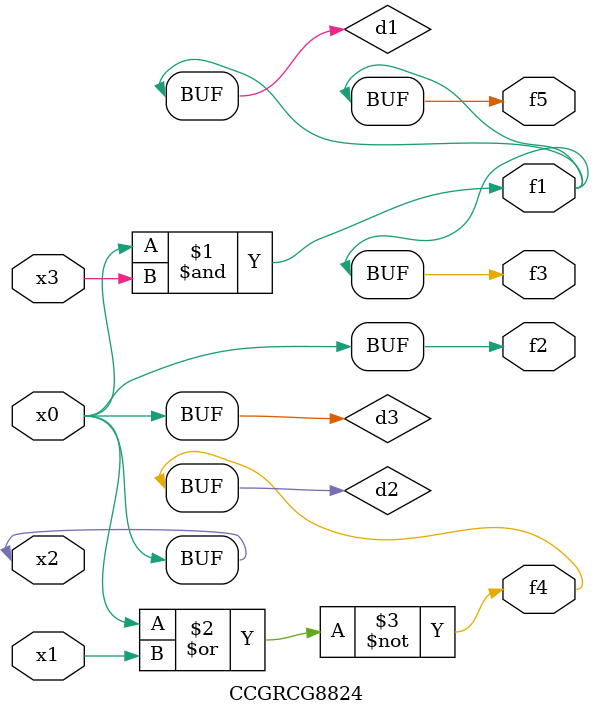
<source format=v>
module CCGRCG8824(
	input x0, x1, x2, x3,
	output f1, f2, f3, f4, f5
);

	wire d1, d2, d3;

	and (d1, x2, x3);
	nor (d2, x0, x1);
	buf (d3, x0, x2);
	assign f1 = d1;
	assign f2 = d3;
	assign f3 = d1;
	assign f4 = d2;
	assign f5 = d1;
endmodule

</source>
